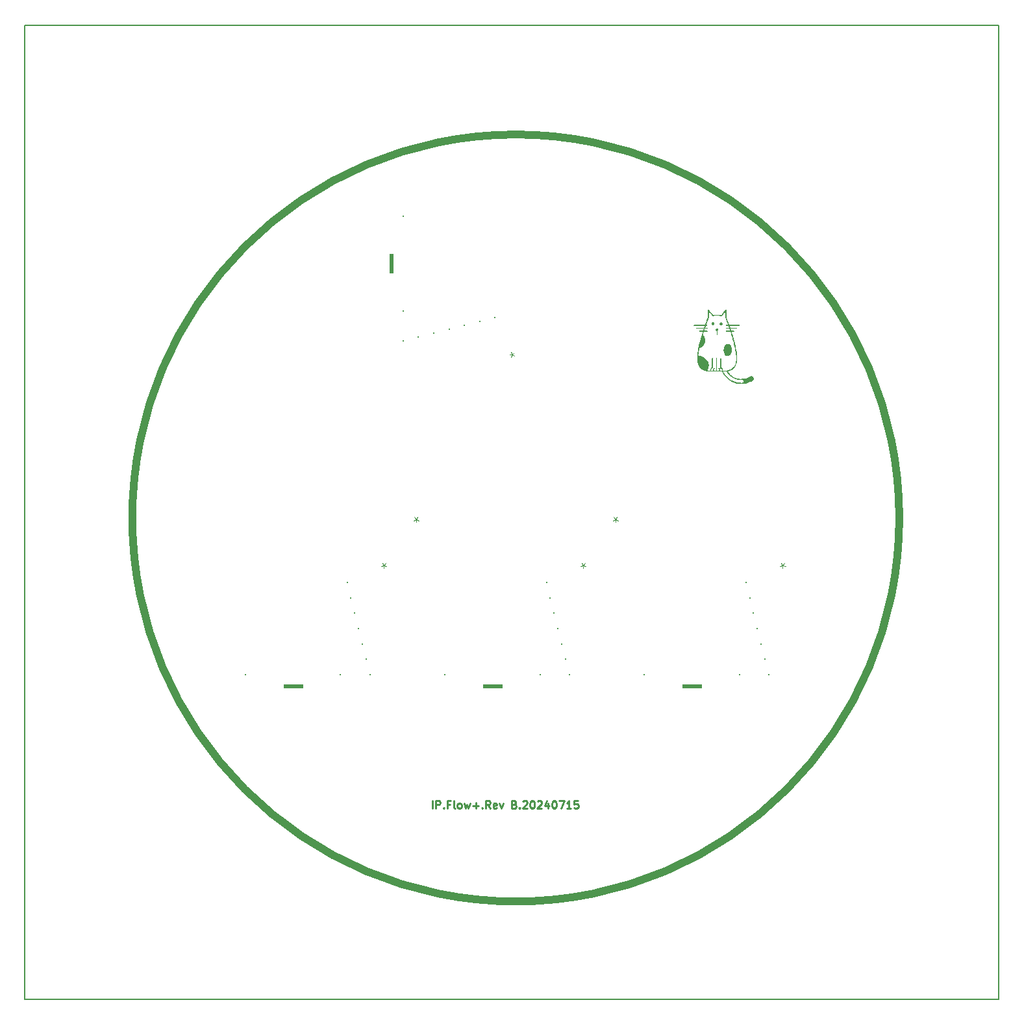
<source format=gbr>
%TF.GenerationSoftware,KiCad,Pcbnew,8.0.3*%
%TF.CreationDate,2024-07-16T19:38:43-07:00*%
%TF.ProjectId,ImmunoprecipitationDevice,496d6d75-6e6f-4707-9265-636970697461,rev?*%
%TF.SameCoordinates,Original*%
%TF.FileFunction,Legend,Top*%
%TF.FilePolarity,Positive*%
%FSLAX46Y46*%
G04 Gerber Fmt 4.6, Leading zero omitted, Abs format (unit mm)*
G04 Created by KiCad (PCBNEW 8.0.3) date 2024-07-16 19:38:43*
%MOMM*%
%LPD*%
G01*
G04 APERTURE LIST*
%ADD10C,1.000000*%
%ADD11C,0.100000*%
%ADD12C,0.250000*%
%ADD13C,0.000000*%
%ADD14R,0.150000X0.200000*%
%ADD15R,0.200000X0.150000*%
%ADD16R,0.550000X2.500000*%
%ADD17R,2.500000X0.550000*%
%TA.AperFunction,Profile*%
%ADD18C,0.200000*%
%TD*%
%TA.AperFunction,Profile*%
%ADD19C,0.150000*%
%TD*%
G04 APERTURE END LIST*
D10*
X114000000Y-64275000D02*
G75*
G02*
X14000000Y-64275000I-50000000J0D01*
G01*
X14000000Y-64275000D02*
G75*
G02*
X114000000Y-64275000I50000000J0D01*
G01*
D11*
X72799999Y-70811271D02*
X72799999Y-70454128D01*
X73157142Y-70596985D02*
X72799999Y-70454128D01*
X72799999Y-70454128D02*
X72442856Y-70596985D01*
X73014285Y-70168414D02*
X72799999Y-70454128D01*
X72799999Y-70454128D02*
X72585713Y-70168414D01*
X50999999Y-64811271D02*
X50999999Y-64454128D01*
X51357142Y-64596985D02*
X50999999Y-64454128D01*
X50999999Y-64454128D02*
X50642856Y-64596985D01*
X51214285Y-64168414D02*
X50999999Y-64454128D01*
X50999999Y-64454128D02*
X50785713Y-64168414D01*
D12*
X53102568Y-102149619D02*
X53102568Y-101149619D01*
X53578758Y-102149619D02*
X53578758Y-101149619D01*
X53578758Y-101149619D02*
X53959710Y-101149619D01*
X53959710Y-101149619D02*
X54054948Y-101197238D01*
X54054948Y-101197238D02*
X54102567Y-101244857D01*
X54102567Y-101244857D02*
X54150186Y-101340095D01*
X54150186Y-101340095D02*
X54150186Y-101482952D01*
X54150186Y-101482952D02*
X54102567Y-101578190D01*
X54102567Y-101578190D02*
X54054948Y-101625809D01*
X54054948Y-101625809D02*
X53959710Y-101673428D01*
X53959710Y-101673428D02*
X53578758Y-101673428D01*
X54578758Y-102054380D02*
X54626377Y-102102000D01*
X54626377Y-102102000D02*
X54578758Y-102149619D01*
X54578758Y-102149619D02*
X54531139Y-102102000D01*
X54531139Y-102102000D02*
X54578758Y-102054380D01*
X54578758Y-102054380D02*
X54578758Y-102149619D01*
X55388281Y-101625809D02*
X55054948Y-101625809D01*
X55054948Y-102149619D02*
X55054948Y-101149619D01*
X55054948Y-101149619D02*
X55531138Y-101149619D01*
X56054948Y-102149619D02*
X55959710Y-102102000D01*
X55959710Y-102102000D02*
X55912091Y-102006761D01*
X55912091Y-102006761D02*
X55912091Y-101149619D01*
X56578758Y-102149619D02*
X56483520Y-102102000D01*
X56483520Y-102102000D02*
X56435901Y-102054380D01*
X56435901Y-102054380D02*
X56388282Y-101959142D01*
X56388282Y-101959142D02*
X56388282Y-101673428D01*
X56388282Y-101673428D02*
X56435901Y-101578190D01*
X56435901Y-101578190D02*
X56483520Y-101530571D01*
X56483520Y-101530571D02*
X56578758Y-101482952D01*
X56578758Y-101482952D02*
X56721615Y-101482952D01*
X56721615Y-101482952D02*
X56816853Y-101530571D01*
X56816853Y-101530571D02*
X56864472Y-101578190D01*
X56864472Y-101578190D02*
X56912091Y-101673428D01*
X56912091Y-101673428D02*
X56912091Y-101959142D01*
X56912091Y-101959142D02*
X56864472Y-102054380D01*
X56864472Y-102054380D02*
X56816853Y-102102000D01*
X56816853Y-102102000D02*
X56721615Y-102149619D01*
X56721615Y-102149619D02*
X56578758Y-102149619D01*
X57245425Y-101482952D02*
X57435901Y-102149619D01*
X57435901Y-102149619D02*
X57626377Y-101673428D01*
X57626377Y-101673428D02*
X57816853Y-102149619D01*
X57816853Y-102149619D02*
X58007329Y-101482952D01*
X58388282Y-101768666D02*
X59150187Y-101768666D01*
X58769234Y-102149619D02*
X58769234Y-101387714D01*
X59626377Y-102054380D02*
X59673996Y-102102000D01*
X59673996Y-102102000D02*
X59626377Y-102149619D01*
X59626377Y-102149619D02*
X59578758Y-102102000D01*
X59578758Y-102102000D02*
X59626377Y-102054380D01*
X59626377Y-102054380D02*
X59626377Y-102149619D01*
X60673995Y-102149619D02*
X60340662Y-101673428D01*
X60102567Y-102149619D02*
X60102567Y-101149619D01*
X60102567Y-101149619D02*
X60483519Y-101149619D01*
X60483519Y-101149619D02*
X60578757Y-101197238D01*
X60578757Y-101197238D02*
X60626376Y-101244857D01*
X60626376Y-101244857D02*
X60673995Y-101340095D01*
X60673995Y-101340095D02*
X60673995Y-101482952D01*
X60673995Y-101482952D02*
X60626376Y-101578190D01*
X60626376Y-101578190D02*
X60578757Y-101625809D01*
X60578757Y-101625809D02*
X60483519Y-101673428D01*
X60483519Y-101673428D02*
X60102567Y-101673428D01*
X61483519Y-102102000D02*
X61388281Y-102149619D01*
X61388281Y-102149619D02*
X61197805Y-102149619D01*
X61197805Y-102149619D02*
X61102567Y-102102000D01*
X61102567Y-102102000D02*
X61054948Y-102006761D01*
X61054948Y-102006761D02*
X61054948Y-101625809D01*
X61054948Y-101625809D02*
X61102567Y-101530571D01*
X61102567Y-101530571D02*
X61197805Y-101482952D01*
X61197805Y-101482952D02*
X61388281Y-101482952D01*
X61388281Y-101482952D02*
X61483519Y-101530571D01*
X61483519Y-101530571D02*
X61531138Y-101625809D01*
X61531138Y-101625809D02*
X61531138Y-101721047D01*
X61531138Y-101721047D02*
X61054948Y-101816285D01*
X61864472Y-101482952D02*
X62102567Y-102149619D01*
X62102567Y-102149619D02*
X62340662Y-101482952D01*
X63816853Y-101625809D02*
X63959710Y-101673428D01*
X63959710Y-101673428D02*
X64007329Y-101721047D01*
X64007329Y-101721047D02*
X64054948Y-101816285D01*
X64054948Y-101816285D02*
X64054948Y-101959142D01*
X64054948Y-101959142D02*
X64007329Y-102054380D01*
X64007329Y-102054380D02*
X63959710Y-102102000D01*
X63959710Y-102102000D02*
X63864472Y-102149619D01*
X63864472Y-102149619D02*
X63483520Y-102149619D01*
X63483520Y-102149619D02*
X63483520Y-101149619D01*
X63483520Y-101149619D02*
X63816853Y-101149619D01*
X63816853Y-101149619D02*
X63912091Y-101197238D01*
X63912091Y-101197238D02*
X63959710Y-101244857D01*
X63959710Y-101244857D02*
X64007329Y-101340095D01*
X64007329Y-101340095D02*
X64007329Y-101435333D01*
X64007329Y-101435333D02*
X63959710Y-101530571D01*
X63959710Y-101530571D02*
X63912091Y-101578190D01*
X63912091Y-101578190D02*
X63816853Y-101625809D01*
X63816853Y-101625809D02*
X63483520Y-101625809D01*
X64483520Y-102054380D02*
X64531139Y-102102000D01*
X64531139Y-102102000D02*
X64483520Y-102149619D01*
X64483520Y-102149619D02*
X64435901Y-102102000D01*
X64435901Y-102102000D02*
X64483520Y-102054380D01*
X64483520Y-102054380D02*
X64483520Y-102149619D01*
X64912091Y-101244857D02*
X64959710Y-101197238D01*
X64959710Y-101197238D02*
X65054948Y-101149619D01*
X65054948Y-101149619D02*
X65293043Y-101149619D01*
X65293043Y-101149619D02*
X65388281Y-101197238D01*
X65388281Y-101197238D02*
X65435900Y-101244857D01*
X65435900Y-101244857D02*
X65483519Y-101340095D01*
X65483519Y-101340095D02*
X65483519Y-101435333D01*
X65483519Y-101435333D02*
X65435900Y-101578190D01*
X65435900Y-101578190D02*
X64864472Y-102149619D01*
X64864472Y-102149619D02*
X65483519Y-102149619D01*
X66102567Y-101149619D02*
X66197805Y-101149619D01*
X66197805Y-101149619D02*
X66293043Y-101197238D01*
X66293043Y-101197238D02*
X66340662Y-101244857D01*
X66340662Y-101244857D02*
X66388281Y-101340095D01*
X66388281Y-101340095D02*
X66435900Y-101530571D01*
X66435900Y-101530571D02*
X66435900Y-101768666D01*
X66435900Y-101768666D02*
X66388281Y-101959142D01*
X66388281Y-101959142D02*
X66340662Y-102054380D01*
X66340662Y-102054380D02*
X66293043Y-102102000D01*
X66293043Y-102102000D02*
X66197805Y-102149619D01*
X66197805Y-102149619D02*
X66102567Y-102149619D01*
X66102567Y-102149619D02*
X66007329Y-102102000D01*
X66007329Y-102102000D02*
X65959710Y-102054380D01*
X65959710Y-102054380D02*
X65912091Y-101959142D01*
X65912091Y-101959142D02*
X65864472Y-101768666D01*
X65864472Y-101768666D02*
X65864472Y-101530571D01*
X65864472Y-101530571D02*
X65912091Y-101340095D01*
X65912091Y-101340095D02*
X65959710Y-101244857D01*
X65959710Y-101244857D02*
X66007329Y-101197238D01*
X66007329Y-101197238D02*
X66102567Y-101149619D01*
X66816853Y-101244857D02*
X66864472Y-101197238D01*
X66864472Y-101197238D02*
X66959710Y-101149619D01*
X66959710Y-101149619D02*
X67197805Y-101149619D01*
X67197805Y-101149619D02*
X67293043Y-101197238D01*
X67293043Y-101197238D02*
X67340662Y-101244857D01*
X67340662Y-101244857D02*
X67388281Y-101340095D01*
X67388281Y-101340095D02*
X67388281Y-101435333D01*
X67388281Y-101435333D02*
X67340662Y-101578190D01*
X67340662Y-101578190D02*
X66769234Y-102149619D01*
X66769234Y-102149619D02*
X67388281Y-102149619D01*
X68245424Y-101482952D02*
X68245424Y-102149619D01*
X68007329Y-101102000D02*
X67769234Y-101816285D01*
X67769234Y-101816285D02*
X68388281Y-101816285D01*
X68959710Y-101149619D02*
X69054948Y-101149619D01*
X69054948Y-101149619D02*
X69150186Y-101197238D01*
X69150186Y-101197238D02*
X69197805Y-101244857D01*
X69197805Y-101244857D02*
X69245424Y-101340095D01*
X69245424Y-101340095D02*
X69293043Y-101530571D01*
X69293043Y-101530571D02*
X69293043Y-101768666D01*
X69293043Y-101768666D02*
X69245424Y-101959142D01*
X69245424Y-101959142D02*
X69197805Y-102054380D01*
X69197805Y-102054380D02*
X69150186Y-102102000D01*
X69150186Y-102102000D02*
X69054948Y-102149619D01*
X69054948Y-102149619D02*
X68959710Y-102149619D01*
X68959710Y-102149619D02*
X68864472Y-102102000D01*
X68864472Y-102102000D02*
X68816853Y-102054380D01*
X68816853Y-102054380D02*
X68769234Y-101959142D01*
X68769234Y-101959142D02*
X68721615Y-101768666D01*
X68721615Y-101768666D02*
X68721615Y-101530571D01*
X68721615Y-101530571D02*
X68769234Y-101340095D01*
X68769234Y-101340095D02*
X68816853Y-101244857D01*
X68816853Y-101244857D02*
X68864472Y-101197238D01*
X68864472Y-101197238D02*
X68959710Y-101149619D01*
X69626377Y-101149619D02*
X70293043Y-101149619D01*
X70293043Y-101149619D02*
X69864472Y-102149619D01*
X71197805Y-102149619D02*
X70626377Y-102149619D01*
X70912091Y-102149619D02*
X70912091Y-101149619D01*
X70912091Y-101149619D02*
X70816853Y-101292476D01*
X70816853Y-101292476D02*
X70721615Y-101387714D01*
X70721615Y-101387714D02*
X70626377Y-101435333D01*
X72102567Y-101149619D02*
X71626377Y-101149619D01*
X71626377Y-101149619D02*
X71578758Y-101625809D01*
X71578758Y-101625809D02*
X71626377Y-101578190D01*
X71626377Y-101578190D02*
X71721615Y-101530571D01*
X71721615Y-101530571D02*
X71959710Y-101530571D01*
X71959710Y-101530571D02*
X72054948Y-101578190D01*
X72054948Y-101578190D02*
X72102567Y-101625809D01*
X72102567Y-101625809D02*
X72150186Y-101721047D01*
X72150186Y-101721047D02*
X72150186Y-101959142D01*
X72150186Y-101959142D02*
X72102567Y-102054380D01*
X72102567Y-102054380D02*
X72054948Y-102102000D01*
X72054948Y-102102000D02*
X71959710Y-102149619D01*
X71959710Y-102149619D02*
X71721615Y-102149619D01*
X71721615Y-102149619D02*
X71626377Y-102102000D01*
X71626377Y-102102000D02*
X71578758Y-102054380D01*
D11*
X98799999Y-70811271D02*
X98799999Y-70454128D01*
X99157142Y-70596985D02*
X98799999Y-70454128D01*
X98799999Y-70454128D02*
X98442856Y-70596985D01*
X99014285Y-70168414D02*
X98799999Y-70454128D01*
X98799999Y-70454128D02*
X98585713Y-70168414D01*
X46799999Y-70811271D02*
X46799999Y-70454128D01*
X47157142Y-70596985D02*
X46799999Y-70454128D01*
X46799999Y-70454128D02*
X46442856Y-70596985D01*
X47014285Y-70168414D02*
X46799999Y-70454128D01*
X46799999Y-70454128D02*
X46585713Y-70168414D01*
X63188728Y-42949999D02*
X63545871Y-42949999D01*
X63403014Y-43307142D02*
X63545871Y-42949999D01*
X63545871Y-42949999D02*
X63403014Y-42592856D01*
X63831585Y-43164285D02*
X63545871Y-42949999D01*
X63545871Y-42949999D02*
X63831585Y-42735713D01*
X76999999Y-64811271D02*
X76999999Y-64454128D01*
X77357142Y-64596985D02*
X76999999Y-64454128D01*
X76999999Y-64454128D02*
X76642856Y-64596985D01*
X77214285Y-64168414D02*
X76999999Y-64454128D01*
X76999999Y-64454128D02*
X76785713Y-64168414D01*
D13*
G36*
X89140030Y-37063135D02*
G01*
X89158902Y-37077466D01*
X89184573Y-37104310D01*
X89219202Y-37146087D01*
X89264947Y-37205216D01*
X89311049Y-37266714D01*
X89370872Y-37347095D01*
X89436667Y-37435317D01*
X89502484Y-37523416D01*
X89562376Y-37603426D01*
X89595127Y-37647078D01*
X89724747Y-37819625D01*
X89806977Y-37802359D01*
X89966278Y-37777199D01*
X90140737Y-37764205D01*
X90322153Y-37763260D01*
X90502328Y-37774246D01*
X90673063Y-37797046D01*
X90766662Y-37816135D01*
X90781574Y-37817352D01*
X90796834Y-37811478D01*
X90815692Y-37795386D01*
X90841398Y-37765953D01*
X90877200Y-37720051D01*
X90905208Y-37682866D01*
X91009451Y-37543757D01*
X91098751Y-37424944D01*
X91173831Y-37325485D01*
X91235412Y-37244438D01*
X91284213Y-37180860D01*
X91320957Y-37133809D01*
X91346365Y-37102344D01*
X91361157Y-37085521D01*
X91364789Y-37082311D01*
X91402226Y-37072391D01*
X91439669Y-37083576D01*
X91458641Y-37101416D01*
X91464041Y-37112081D01*
X91468425Y-37128820D01*
X91471896Y-37154192D01*
X91474554Y-37190756D01*
X91476499Y-37241072D01*
X91477834Y-37307699D01*
X91478659Y-37393196D01*
X91479074Y-37500123D01*
X91479182Y-37622122D01*
X91479245Y-37749575D01*
X91479528Y-37853509D01*
X91480174Y-37936797D01*
X91481324Y-38002312D01*
X91483118Y-38052924D01*
X91485700Y-38091506D01*
X91489210Y-38120930D01*
X91493789Y-38144066D01*
X91499580Y-38163788D01*
X91506725Y-38182967D01*
X91506843Y-38183264D01*
X91521150Y-38220447D01*
X91542519Y-38277403D01*
X91569405Y-38349899D01*
X91600265Y-38433699D01*
X91633557Y-38524570D01*
X91667738Y-38618276D01*
X91701265Y-38710584D01*
X91732595Y-38797258D01*
X91760185Y-38874066D01*
X91782492Y-38936771D01*
X91797974Y-38981140D01*
X91802774Y-38995434D01*
X91817177Y-39035040D01*
X91830219Y-39063249D01*
X91836545Y-39071786D01*
X91851580Y-39073140D01*
X91890411Y-39074376D01*
X91950443Y-39075471D01*
X92029083Y-39076400D01*
X92123738Y-39077138D01*
X92231813Y-39077661D01*
X92350715Y-39077944D01*
X92477850Y-39077962D01*
X92488539Y-39077951D01*
X92657757Y-39078055D01*
X92802994Y-39078765D01*
X92923845Y-39080073D01*
X93019907Y-39081972D01*
X93090778Y-39084452D01*
X93136055Y-39087507D01*
X93155054Y-39090967D01*
X93189397Y-39120165D01*
X93200327Y-39156003D01*
X93188543Y-39190742D01*
X93167508Y-39222844D01*
X92526453Y-39222844D01*
X92374486Y-39222973D01*
X92247096Y-39223391D01*
X92142472Y-39224146D01*
X92058802Y-39225284D01*
X91994276Y-39226853D01*
X91947082Y-39228899D01*
X91915408Y-39231470D01*
X91897443Y-39234613D01*
X91891377Y-39238374D01*
X91891476Y-39239337D01*
X91898345Y-39259415D01*
X91910743Y-39296844D01*
X91926101Y-39343861D01*
X91927507Y-39348194D01*
X91943438Y-39394762D01*
X91957499Y-39431388D01*
X91966882Y-39450808D01*
X91967470Y-39451541D01*
X91973822Y-39456322D01*
X91985032Y-39460204D01*
X92003731Y-39463299D01*
X92032553Y-39465717D01*
X92074128Y-39467570D01*
X92131089Y-39468968D01*
X92206069Y-39470022D01*
X92301699Y-39470844D01*
X92420611Y-39471544D01*
X92444759Y-39471666D01*
X92556820Y-39472392D01*
X92645383Y-39473438D01*
X92713338Y-39474969D01*
X92763574Y-39477148D01*
X92798984Y-39480139D01*
X92822456Y-39484106D01*
X92836881Y-39489213D01*
X92843902Y-39494280D01*
X92862950Y-39529221D01*
X92856602Y-39568663D01*
X92845968Y-39586395D01*
X92839649Y-39593572D01*
X92830461Y-39599213D01*
X92815530Y-39603462D01*
X92791982Y-39606460D01*
X92756941Y-39608350D01*
X92707532Y-39609275D01*
X92640881Y-39609377D01*
X92554112Y-39608799D01*
X92444351Y-39607685D01*
X92421835Y-39607437D01*
X92305397Y-39606316D01*
X92212896Y-39605870D01*
X92141885Y-39606179D01*
X92089920Y-39607325D01*
X92054553Y-39609390D01*
X92033339Y-39612454D01*
X92023832Y-39616599D01*
X92022999Y-39620715D01*
X92029717Y-39641254D01*
X92041527Y-39679617D01*
X92056125Y-39728296D01*
X92059367Y-39739255D01*
X92089105Y-39840030D01*
X92267123Y-39845232D01*
X92340150Y-39847758D01*
X92391316Y-39850809D01*
X92425152Y-39855085D01*
X92446187Y-39861289D01*
X92458950Y-39870119D01*
X92463564Y-39875628D01*
X92480717Y-39915979D01*
X92472480Y-39953228D01*
X92461252Y-39967408D01*
X92445545Y-39977172D01*
X92418640Y-39983473D01*
X92375766Y-39986920D01*
X92312153Y-39988118D01*
X92298516Y-39988143D01*
X92239994Y-39988741D01*
X92191850Y-39990360D01*
X92159820Y-39992737D01*
X92149677Y-39994980D01*
X92151456Y-40009016D01*
X92160303Y-40044385D01*
X92175148Y-40097320D01*
X92194922Y-40164050D01*
X92218556Y-40240807D01*
X92227361Y-40268773D01*
X92324583Y-40584586D01*
X92415951Y-40898932D01*
X92500861Y-41209212D01*
X92578710Y-41512830D01*
X92648894Y-41807188D01*
X92710810Y-42089690D01*
X92763855Y-42357739D01*
X92807426Y-42608736D01*
X92840919Y-42840085D01*
X92857153Y-42980185D01*
X92876940Y-43255562D01*
X92877983Y-43513413D01*
X92860333Y-43753562D01*
X92824040Y-43975832D01*
X92769155Y-44180048D01*
X92695728Y-44366032D01*
X92603809Y-44533608D01*
X92493450Y-44682601D01*
X92364701Y-44812835D01*
X92321225Y-44849241D01*
X92272070Y-44885724D01*
X92213061Y-44925138D01*
X92149164Y-44964655D01*
X92085344Y-45001449D01*
X92026568Y-45032694D01*
X91977803Y-45055563D01*
X91944014Y-45067229D01*
X91936600Y-45068143D01*
X91911099Y-45073784D01*
X91879394Y-45086783D01*
X91848085Y-45098955D01*
X91800754Y-45113491D01*
X91747219Y-45127395D01*
X91743078Y-45128364D01*
X91695489Y-45139731D01*
X91659048Y-45149064D01*
X91640376Y-45154652D01*
X91639346Y-45155179D01*
X91644938Y-45166544D01*
X91663666Y-45194725D01*
X91692649Y-45235562D01*
X91729006Y-45284899D01*
X91731652Y-45288429D01*
X91886051Y-45473597D01*
X92054769Y-45637360D01*
X92236575Y-45779146D01*
X92430239Y-45898385D01*
X92634530Y-45994505D01*
X92848216Y-46066936D01*
X93070068Y-46115107D01*
X93298855Y-46138448D01*
X93533345Y-46136387D01*
X93556681Y-46134790D01*
X93772541Y-46108370D01*
X93985662Y-46061960D01*
X94190721Y-45997152D01*
X94382394Y-45915542D01*
X94500750Y-45852212D01*
X94581644Y-45811226D01*
X94653722Y-45789949D01*
X94723875Y-45786883D01*
X94770188Y-45793629D01*
X94854206Y-45823428D01*
X94923983Y-45872567D01*
X94977509Y-45936999D01*
X95012769Y-46012676D01*
X95027752Y-46095552D01*
X95020445Y-46181581D01*
X94997171Y-46250013D01*
X94972400Y-46294360D01*
X94940085Y-46333762D01*
X94896429Y-46371205D01*
X94837634Y-46409675D01*
X94759904Y-46452157D01*
X94705312Y-46479486D01*
X94528919Y-46558725D01*
X94344364Y-46628572D01*
X94158674Y-46686799D01*
X93978876Y-46731179D01*
X93828230Y-46757399D01*
X93776479Y-46764768D01*
X93735236Y-46771493D01*
X93711126Y-46776460D01*
X93707891Y-46777620D01*
X93689789Y-46780907D01*
X93650063Y-46783694D01*
X93593476Y-46785938D01*
X93524790Y-46787598D01*
X93448768Y-46788635D01*
X93370171Y-46789006D01*
X93293761Y-46788670D01*
X93224302Y-46787588D01*
X93166554Y-46785717D01*
X93125281Y-46783016D01*
X93121935Y-46782665D01*
X92868973Y-46742423D01*
X92620033Y-46678913D01*
X92378567Y-46593478D01*
X92148032Y-46487463D01*
X91931881Y-46362212D01*
X91793651Y-46265818D01*
X91718684Y-46205524D01*
X91633173Y-46130281D01*
X91542992Y-46045802D01*
X91454014Y-45957799D01*
X91372112Y-45871984D01*
X91303158Y-45794072D01*
X91281573Y-45767725D01*
X91220197Y-45686825D01*
X91153869Y-45592895D01*
X91087731Y-45493707D01*
X91026926Y-45397032D01*
X90976596Y-45310641D01*
X90965385Y-45289927D01*
X90921468Y-45207076D01*
X91085771Y-45207076D01*
X91087763Y-45221763D01*
X91103217Y-45254139D01*
X91129841Y-45300726D01*
X91165340Y-45358043D01*
X91207421Y-45422612D01*
X91253792Y-45490952D01*
X91302157Y-45559583D01*
X91350225Y-45625027D01*
X91395702Y-45683803D01*
X91417843Y-45710911D01*
X91599970Y-45909950D01*
X91793759Y-46085340D01*
X91999556Y-46237271D01*
X92217706Y-46365935D01*
X92448555Y-46471523D01*
X92692450Y-46554225D01*
X92949735Y-46614233D01*
X93095545Y-46637428D01*
X93131848Y-46640578D01*
X93185568Y-46643030D01*
X93252060Y-46644790D01*
X93326678Y-46645863D01*
X93404775Y-46646255D01*
X93481707Y-46645971D01*
X93552825Y-46645017D01*
X93613485Y-46643398D01*
X93659040Y-46641119D01*
X93684844Y-46638187D01*
X93688701Y-46636736D01*
X93688696Y-46621687D01*
X93681908Y-46589906D01*
X93674902Y-46565137D01*
X93664322Y-46519804D01*
X93654725Y-46459893D01*
X93647949Y-46397203D01*
X93647245Y-46387623D01*
X93639626Y-46275467D01*
X93387378Y-46275183D01*
X93288124Y-46274499D01*
X93208770Y-46272375D01*
X93142844Y-46268328D01*
X93083876Y-46261871D01*
X93025392Y-46252521D01*
X92987387Y-46245229D01*
X92749801Y-46184620D01*
X92524737Y-46100824D01*
X92312510Y-45994052D01*
X92113437Y-45864515D01*
X91927833Y-45712425D01*
X91756014Y-45537992D01*
X91598297Y-45341426D01*
X91566926Y-45297253D01*
X91492283Y-45189897D01*
X91291109Y-45196716D01*
X91221236Y-45199295D01*
X91161350Y-45201907D01*
X91116098Y-45204317D01*
X91090126Y-45206291D01*
X91085771Y-45207076D01*
X90921468Y-45207076D01*
X90920004Y-45204314D01*
X90346363Y-45195605D01*
X90209058Y-45193652D01*
X90065787Y-45191852D01*
X89921819Y-45190254D01*
X89782424Y-45188910D01*
X89652871Y-45187870D01*
X89538429Y-45187183D01*
X89444366Y-45186900D01*
X89433133Y-45186896D01*
X89281251Y-45185553D01*
X89151051Y-45181153D01*
X89037943Y-45173142D01*
X88937339Y-45160965D01*
X88844649Y-45144066D01*
X88755284Y-45121891D01*
X88665045Y-45094016D01*
X88478538Y-45019021D01*
X88310552Y-44925296D01*
X88161176Y-44812999D01*
X88030501Y-44682286D01*
X87918616Y-44533315D01*
X87825609Y-44366242D01*
X87751572Y-44181224D01*
X87696594Y-43978419D01*
X87660763Y-43757983D01*
X87644170Y-43520073D01*
X87645144Y-43307436D01*
X87652187Y-43159221D01*
X87659524Y-43058510D01*
X87792540Y-43058510D01*
X87792918Y-43077774D01*
X87793137Y-43078263D01*
X87808251Y-43085258D01*
X87840612Y-43092670D01*
X87860814Y-43095851D01*
X87999508Y-43123200D01*
X88148100Y-43167632D01*
X88299387Y-43226134D01*
X88446164Y-43295690D01*
X88581227Y-43373288D01*
X88669424Y-43434137D01*
X88813046Y-43556175D01*
X88933590Y-43687677D01*
X89030715Y-43827214D01*
X89104078Y-43973360D01*
X89153337Y-44124687D01*
X89178148Y-44279766D01*
X89178169Y-44437171D01*
X89153058Y-44595473D01*
X89102472Y-44753245D01*
X89026067Y-44909060D01*
X89024164Y-44912334D01*
X88997974Y-44959471D01*
X88979402Y-44997316D01*
X88970800Y-45020801D01*
X88971456Y-45025912D01*
X88998071Y-45031645D01*
X89043372Y-45037960D01*
X89099695Y-45044070D01*
X89159372Y-45049189D01*
X89214737Y-45052527D01*
X89237921Y-45053275D01*
X89325544Y-45054948D01*
X89330404Y-44958701D01*
X89343305Y-44866212D01*
X89373550Y-44788676D01*
X89423814Y-44721831D01*
X89496773Y-44661416D01*
X89530918Y-44639311D01*
X89536129Y-44633947D01*
X89540531Y-44623245D01*
X89544240Y-44604921D01*
X89547367Y-44576690D01*
X89550027Y-44536267D01*
X89552333Y-44481369D01*
X89554398Y-44409709D01*
X89556337Y-44319005D01*
X89558262Y-44206971D01*
X89560287Y-44071323D01*
X89560745Y-44038948D01*
X89562774Y-43898654D01*
X89564643Y-43782372D01*
X89566478Y-43687726D01*
X89568408Y-43612340D01*
X89570559Y-43553839D01*
X89573059Y-43509846D01*
X89576035Y-43477985D01*
X89579615Y-43455881D01*
X89583924Y-43441157D01*
X89589092Y-43431437D01*
X89593571Y-43426041D01*
X89617343Y-43408630D01*
X89644972Y-43410020D01*
X89654715Y-43413161D01*
X89691286Y-43426020D01*
X89694944Y-44052458D01*
X89695537Y-44179439D01*
X89695809Y-44299008D01*
X89695773Y-44408441D01*
X89695446Y-44505013D01*
X89694839Y-44585998D01*
X89693969Y-44648673D01*
X89692848Y-44690311D01*
X89691543Y-44707992D01*
X89671934Y-44735013D01*
X89637371Y-44750097D01*
X89571318Y-44779630D01*
X89518358Y-44825396D01*
X89481922Y-44882331D01*
X89465445Y-44945373D01*
X89469237Y-44998091D01*
X89481088Y-45048350D01*
X89588586Y-45052168D01*
X89696084Y-45055986D01*
X89688674Y-44984194D01*
X89685346Y-44909724D01*
X89694556Y-44851822D01*
X89718669Y-44802707D01*
X89757729Y-44756901D01*
X89809423Y-44715221D01*
X89856062Y-44698058D01*
X89896526Y-44705679D01*
X89914655Y-44719423D01*
X89931970Y-44744489D01*
X89930447Y-44770341D01*
X89908651Y-44801729D01*
X89881715Y-44828477D01*
X89845292Y-44867807D01*
X89826344Y-44905553D01*
X89820766Y-44932278D01*
X89817931Y-44966194D01*
X89824486Y-44987852D01*
X89845563Y-45007319D01*
X89866162Y-45021374D01*
X89898555Y-45040416D01*
X89928972Y-45050341D01*
X89967572Y-45053339D01*
X90009579Y-45052290D01*
X90100325Y-45048350D01*
X90103726Y-44244695D01*
X90104646Y-44063990D01*
X90105785Y-43908461D01*
X90107170Y-43776898D01*
X90108829Y-43668087D01*
X90110789Y-43580818D01*
X90113078Y-43513877D01*
X90115724Y-43466054D01*
X90118753Y-43436136D01*
X90122193Y-43422911D01*
X90122395Y-43422645D01*
X90146314Y-43410328D01*
X90178069Y-43408222D01*
X90193047Y-43409805D01*
X90205859Y-43412663D01*
X90216650Y-43418707D01*
X90225567Y-43429851D01*
X90232754Y-43448005D01*
X90238357Y-43475084D01*
X90242521Y-43512998D01*
X90245392Y-43563661D01*
X90247114Y-43628984D01*
X90247834Y-43710880D01*
X90247697Y-43811262D01*
X90246848Y-43932041D01*
X90245433Y-44075131D01*
X90243596Y-44242442D01*
X90243329Y-44266558D01*
X90234593Y-45054948D01*
X90329751Y-45054948D01*
X90405016Y-45050380D01*
X90459080Y-45035611D01*
X90495685Y-45009045D01*
X90516095Y-44975455D01*
X90525872Y-44942921D01*
X90522069Y-44913931D01*
X90511457Y-44888829D01*
X90488357Y-44854417D01*
X90460428Y-44830174D01*
X90456938Y-44828396D01*
X90425859Y-44803396D01*
X90412817Y-44770248D01*
X90417693Y-44736867D01*
X90440365Y-44711166D01*
X90458856Y-44703536D01*
X90504202Y-44704771D01*
X90553634Y-44726951D01*
X90600821Y-44766776D01*
X90616909Y-44785932D01*
X90635663Y-44812884D01*
X90646895Y-44838360D01*
X90652500Y-44870410D01*
X90654375Y-44917088D01*
X90654506Y-44945593D01*
X90654506Y-45055917D01*
X90760065Y-45052133D01*
X90865623Y-45048350D01*
X90869790Y-44990032D01*
X90870691Y-44946343D01*
X90867826Y-44908984D01*
X90866301Y-44901209D01*
X90845738Y-44859322D01*
X90809059Y-44816436D01*
X90764756Y-44781082D01*
X90729717Y-44764012D01*
X90693363Y-44748588D01*
X90667047Y-44730626D01*
X90664403Y-44727697D01*
X90660330Y-44716437D01*
X90656928Y-44692631D01*
X90654151Y-44654453D01*
X90651950Y-44600079D01*
X90650278Y-44527684D01*
X90649088Y-44435443D01*
X90648332Y-44321531D01*
X90647964Y-44184124D01*
X90647909Y-44092141D01*
X90647999Y-43946547D01*
X90648317Y-43825071D01*
X90648935Y-43725445D01*
X90649927Y-43645397D01*
X90651363Y-43582659D01*
X90653318Y-43534959D01*
X90655862Y-43500027D01*
X90659069Y-43475594D01*
X90663011Y-43459390D01*
X90667760Y-43449144D01*
X90668449Y-43448117D01*
X90696782Y-43425366D01*
X90732124Y-43418576D01*
X90764330Y-43428098D01*
X90779393Y-43444314D01*
X90783052Y-43464720D01*
X90786168Y-43510780D01*
X90788725Y-43581766D01*
X90790706Y-43676947D01*
X90792095Y-43795595D01*
X90792875Y-43936979D01*
X90793052Y-44056983D01*
X90793071Y-44196631D01*
X90793202Y-44312207D01*
X90793552Y-44406031D01*
X90794230Y-44480421D01*
X90795345Y-44537695D01*
X90797004Y-44580172D01*
X90799315Y-44610170D01*
X90802388Y-44630009D01*
X90806331Y-44642006D01*
X90811251Y-44648479D01*
X90817258Y-44651749D01*
X90820900Y-44652969D01*
X90860085Y-44674567D01*
X90904147Y-44712783D01*
X90946279Y-44760573D01*
X90979668Y-44810895D01*
X90986318Y-44824039D01*
X91009835Y-44893381D01*
X91017232Y-44971289D01*
X91017235Y-44972480D01*
X91017364Y-45054948D01*
X91214331Y-45054948D01*
X91379752Y-45050919D01*
X91525661Y-45038008D01*
X91657802Y-45014979D01*
X91781920Y-44980594D01*
X91903759Y-44933617D01*
X92006974Y-44884332D01*
X92156432Y-44796223D01*
X92287237Y-44694650D01*
X92400098Y-44578375D01*
X92495724Y-44446157D01*
X92574824Y-44296757D01*
X92638106Y-44128937D01*
X92686279Y-43941458D01*
X92720053Y-43733079D01*
X92732103Y-43616714D01*
X92739032Y-43464760D01*
X92735939Y-43290437D01*
X92723101Y-43095674D01*
X92700797Y-42882396D01*
X92669304Y-42652533D01*
X92628902Y-42408011D01*
X92579867Y-42150757D01*
X92522478Y-41882700D01*
X92457014Y-41605768D01*
X92421842Y-41466519D01*
X92382909Y-41319122D01*
X92337075Y-41151718D01*
X92285790Y-40969334D01*
X92230503Y-40776996D01*
X92172665Y-40579733D01*
X92113723Y-40382569D01*
X92055127Y-40190533D01*
X92038425Y-40136584D01*
X91992313Y-39988143D01*
X91709662Y-39988143D01*
X91427011Y-39988143D01*
X91405820Y-39955802D01*
X91391858Y-39915850D01*
X91401564Y-39880601D01*
X91433165Y-39856155D01*
X91434988Y-39855439D01*
X91458476Y-39851407D01*
X91503390Y-39847920D01*
X91564766Y-39845207D01*
X91637642Y-39843496D01*
X91705242Y-39843000D01*
X91789576Y-39842912D01*
X91850977Y-39842372D01*
X91892900Y-39840964D01*
X91918801Y-39838274D01*
X91932136Y-39833884D01*
X91936361Y-39827381D01*
X91934933Y-39818349D01*
X91934050Y-39815498D01*
X91925484Y-39789276D01*
X91911521Y-39747282D01*
X91895665Y-39700043D01*
X91866010Y-39612091D01*
X91646302Y-39608473D01*
X91565401Y-39607002D01*
X91506801Y-39605274D01*
X91466413Y-39602703D01*
X91440149Y-39598701D01*
X91423923Y-39592682D01*
X91413647Y-39584060D01*
X91406406Y-39574047D01*
X91393934Y-39534503D01*
X91406689Y-39496705D01*
X91425585Y-39477263D01*
X91449659Y-39469443D01*
X91498875Y-39464132D01*
X91573675Y-39461294D01*
X91627623Y-39460770D01*
X91693377Y-39459891D01*
X91748504Y-39457770D01*
X91788239Y-39454696D01*
X91807819Y-39450959D01*
X91809052Y-39449718D01*
X91804798Y-39433187D01*
X91793468Y-39398415D01*
X91777207Y-39351886D01*
X91770891Y-39334416D01*
X91752128Y-39284915D01*
X91734835Y-39251133D01*
X91713781Y-39230363D01*
X91683736Y-39219898D01*
X91639470Y-39217030D01*
X91575751Y-39219053D01*
X91550391Y-39220292D01*
X91493258Y-39222707D01*
X91456454Y-39222383D01*
X91433972Y-39218259D01*
X91419807Y-39209272D01*
X91408547Y-39195215D01*
X91389697Y-39159533D01*
X91392436Y-39130801D01*
X91413208Y-39104091D01*
X91429928Y-39091136D01*
X91452590Y-39083186D01*
X91487461Y-39079103D01*
X91540805Y-39077747D01*
X91558351Y-39077701D01*
X91610646Y-39076624D01*
X91651192Y-39073738D01*
X91674100Y-39069563D01*
X91677104Y-39067224D01*
X91672672Y-39050739D01*
X91660275Y-39013264D01*
X91641262Y-38958500D01*
X91616982Y-38890146D01*
X91588784Y-38811905D01*
X91558018Y-38727477D01*
X91526032Y-38640563D01*
X91494176Y-38554864D01*
X91463798Y-38474080D01*
X91436247Y-38401913D01*
X91412874Y-38342064D01*
X91411572Y-38338792D01*
X91340636Y-38160662D01*
X91334039Y-37758220D01*
X91327442Y-37355779D01*
X91103130Y-37655758D01*
X91041379Y-37737350D01*
X90984832Y-37810159D01*
X90935544Y-37871672D01*
X90895569Y-37919376D01*
X90866961Y-37950756D01*
X90851776Y-37963301D01*
X90851726Y-37963316D01*
X90828008Y-37963752D01*
X90785333Y-37958949D01*
X90730406Y-37949813D01*
X90686791Y-37941008D01*
X90637127Y-37930897D01*
X90590765Y-37923319D01*
X90542590Y-37917923D01*
X90487492Y-37914357D01*
X90420359Y-37912271D01*
X90336078Y-37911312D01*
X90252065Y-37911121D01*
X90149800Y-37911439D01*
X90068852Y-37912619D01*
X90004152Y-37915006D01*
X89950631Y-37918941D01*
X89903222Y-37924767D01*
X89856857Y-37932826D01*
X89821065Y-37940249D01*
X89763069Y-37951690D01*
X89713321Y-37959378D01*
X89678297Y-37962433D01*
X89666095Y-37961374D01*
X89651477Y-37948320D01*
X89624615Y-37917444D01*
X89588433Y-37872519D01*
X89545854Y-37817318D01*
X89499805Y-37755613D01*
X89453207Y-37691178D01*
X89420392Y-37644389D01*
X89405157Y-37623528D01*
X89377528Y-37586791D01*
X89341281Y-37539158D01*
X89300187Y-37485610D01*
X89295442Y-37479453D01*
X89189883Y-37342584D01*
X89182861Y-37745026D01*
X89175838Y-38147467D01*
X89105116Y-38325597D01*
X89078672Y-38393656D01*
X89046161Y-38479597D01*
X89010195Y-38576382D01*
X88973386Y-38676973D01*
X88938346Y-38774331D01*
X88932519Y-38790714D01*
X88830644Y-39077701D01*
X88894809Y-39077701D01*
X88949110Y-39084810D01*
X88987285Y-39104349D01*
X89005792Y-39133633D01*
X89004498Y-39160843D01*
X88989050Y-39191944D01*
X88961812Y-39211162D01*
X88917838Y-39220700D01*
X88865267Y-39222844D01*
X88776605Y-39222844D01*
X88736777Y-39341597D01*
X88696949Y-39460350D01*
X88820285Y-39460350D01*
X88876914Y-39461216D01*
X88925087Y-39463534D01*
X88957579Y-39466886D01*
X88965503Y-39468747D01*
X88992024Y-39491378D01*
X89003459Y-39526861D01*
X88997195Y-39564789D01*
X88992007Y-39574287D01*
X88982164Y-39587354D01*
X88969640Y-39596151D01*
X88949510Y-39601520D01*
X88916850Y-39604304D01*
X88866734Y-39605347D01*
X88809649Y-39605493D01*
X88647738Y-39605493D01*
X88612031Y-39715136D01*
X88595973Y-39765424D01*
X88583660Y-39805850D01*
X88576988Y-39830103D01*
X88576325Y-39833889D01*
X88588725Y-39837188D01*
X88622756Y-39839954D01*
X88673656Y-39841950D01*
X88736668Y-39842936D01*
X88758116Y-39843000D01*
X88836453Y-39843655D01*
X88892768Y-39845902D01*
X88931400Y-39850163D01*
X88956689Y-39856861D01*
X88969233Y-39863540D01*
X88991107Y-39891627D01*
X88998633Y-39928140D01*
X88990568Y-39961627D01*
X88981110Y-39973002D01*
X88960923Y-39978856D01*
X88917184Y-39983878D01*
X88852724Y-39987853D01*
X88770374Y-39990568D01*
X88742148Y-39991112D01*
X88520634Y-39994740D01*
X88463795Y-40176875D01*
X88406956Y-40359010D01*
X88479860Y-40460563D01*
X88575142Y-40612614D01*
X88644479Y-40766964D01*
X88687780Y-40923168D01*
X88704951Y-41080780D01*
X88695902Y-41239358D01*
X88668325Y-41371709D01*
X88611448Y-41528377D01*
X88531391Y-41674639D01*
X88430033Y-41808355D01*
X88309256Y-41927384D01*
X88170940Y-42029586D01*
X88017221Y-42112705D01*
X87935077Y-42149951D01*
X87899386Y-42339047D01*
X87884100Y-42423105D01*
X87868426Y-42514772D01*
X87852896Y-42610345D01*
X87838042Y-42706123D01*
X87824397Y-42798403D01*
X87812492Y-42883484D01*
X87802859Y-42957664D01*
X87796032Y-43017240D01*
X87792540Y-43058510D01*
X87659524Y-43058510D01*
X87663020Y-43010524D01*
X87678052Y-42859176D01*
X87697693Y-42703007D01*
X87722350Y-42539848D01*
X87752434Y-42367528D01*
X87788354Y-42183878D01*
X87830518Y-41986728D01*
X87879337Y-41773909D01*
X87935219Y-41543250D01*
X87998573Y-41292582D01*
X88069809Y-41019736D01*
X88093221Y-40931571D01*
X88113095Y-40859311D01*
X88139605Y-40766435D01*
X88171402Y-40657478D01*
X88207136Y-40536975D01*
X88245457Y-40409463D01*
X88285016Y-40279477D01*
X88324462Y-40151553D01*
X88343527Y-40090402D01*
X88375537Y-39988143D01*
X88166796Y-39988143D01*
X88085046Y-39987720D01*
X88025705Y-39986212D01*
X87984799Y-39983260D01*
X87958356Y-39978505D01*
X87942404Y-39971589D01*
X87937319Y-39967408D01*
X87918272Y-39932473D01*
X87924629Y-39893019D01*
X87935307Y-39875210D01*
X87943654Y-39866296D01*
X87956188Y-39859338D01*
X87976035Y-39854069D01*
X88006321Y-39850224D01*
X88050171Y-39847538D01*
X88110713Y-39845745D01*
X88191071Y-39844580D01*
X88294372Y-39843778D01*
X88306410Y-39843705D01*
X88425742Y-39843000D01*
X88461449Y-39733357D01*
X88477523Y-39682891D01*
X88489842Y-39642104D01*
X88496503Y-39617390D01*
X88497156Y-39613426D01*
X88484459Y-39611148D01*
X88448357Y-39609273D01*
X88391829Y-39607841D01*
X88317858Y-39606892D01*
X88229425Y-39606465D01*
X88129511Y-39606601D01*
X88033987Y-39607222D01*
X87911161Y-39608255D01*
X87812044Y-39608881D01*
X87733960Y-39608979D01*
X87674230Y-39608428D01*
X87630176Y-39607105D01*
X87599120Y-39604889D01*
X87578384Y-39601658D01*
X87565289Y-39597290D01*
X87557159Y-39591664D01*
X87551788Y-39585309D01*
X87540365Y-39552415D01*
X87543803Y-39515326D01*
X87560468Y-39486923D01*
X87564669Y-39483775D01*
X87581611Y-39481092D01*
X87621227Y-39478667D01*
X87679800Y-39476607D01*
X87753617Y-39475020D01*
X87838960Y-39474010D01*
X87916584Y-39473687D01*
X88018397Y-39473259D01*
X88120692Y-39472202D01*
X88217595Y-39470623D01*
X88303229Y-39468627D01*
X88371719Y-39466321D01*
X88400981Y-39464901D01*
X88548910Y-39456377D01*
X88588071Y-39339610D01*
X88627233Y-39222844D01*
X87929148Y-39222844D01*
X87231063Y-39222844D01*
X87210616Y-39191638D01*
X87197932Y-39152159D01*
X87208191Y-39115653D01*
X87238370Y-39089813D01*
X87252583Y-39084835D01*
X87275253Y-39082464D01*
X87320509Y-39080498D01*
X87384549Y-39079000D01*
X87463571Y-39078035D01*
X87553775Y-39077666D01*
X87651358Y-39077957D01*
X87659286Y-39078010D01*
X87779142Y-39078690D01*
X87911850Y-39079177D01*
X88048721Y-39079456D01*
X88181063Y-39079513D01*
X88300184Y-39079334D01*
X88353544Y-39079145D01*
X88678348Y-39077701D01*
X88715307Y-38975441D01*
X88729342Y-38936842D01*
X88750985Y-38877617D01*
X88778721Y-38801901D01*
X88811032Y-38713832D01*
X88846402Y-38617544D01*
X88883314Y-38517173D01*
X88893371Y-38489846D01*
X89034476Y-38106511D01*
X89044150Y-37605794D01*
X89046817Y-37471460D01*
X89049366Y-37361146D01*
X89052150Y-37272486D01*
X89055524Y-37203115D01*
X89059841Y-37150667D01*
X89065452Y-37112776D01*
X89072713Y-37087078D01*
X89081975Y-37071207D01*
X89093592Y-37062796D01*
X89107917Y-37059481D01*
X89125303Y-37058896D01*
X89125802Y-37058896D01*
X89140030Y-37063135D01*
G37*
G36*
X91696487Y-41567636D02*
G01*
X91790248Y-41592289D01*
X91880715Y-41641030D01*
X91958702Y-41707343D01*
X92039399Y-41808176D01*
X92103239Y-41925861D01*
X92149782Y-42056585D01*
X92178587Y-42196540D01*
X92189217Y-42341915D01*
X92181229Y-42488899D01*
X92154185Y-42633682D01*
X92107644Y-42772455D01*
X92086958Y-42818300D01*
X92022804Y-42928188D01*
X91947332Y-43017668D01*
X91862315Y-43085347D01*
X91769527Y-43129836D01*
X91670744Y-43149740D01*
X91663909Y-43150164D01*
X91602667Y-43149601D01*
X91546105Y-43142541D01*
X91523044Y-43136698D01*
X91425522Y-43091067D01*
X91337370Y-43021662D01*
X91259636Y-42929751D01*
X91193370Y-42816605D01*
X91139622Y-42683491D01*
X91134059Y-42666223D01*
X91121765Y-42623862D01*
X91113197Y-42584110D01*
X91107721Y-42540703D01*
X91104703Y-42487376D01*
X91103509Y-42417865D01*
X91103408Y-42363207D01*
X91105163Y-42257341D01*
X91111024Y-42170879D01*
X91122360Y-42096980D01*
X91140543Y-42028802D01*
X91166943Y-41959502D01*
X91197574Y-41893155D01*
X91261289Y-41785436D01*
X91335941Y-41698331D01*
X91419159Y-41632419D01*
X91508570Y-41588281D01*
X91601803Y-41566493D01*
X91696487Y-41567636D01*
G37*
G36*
X90292633Y-39564645D02*
G01*
X90345068Y-39592054D01*
X90381705Y-39634391D01*
X90401782Y-39685814D01*
X90404535Y-39740486D01*
X90389200Y-39792567D01*
X90355014Y-39836217D01*
X90330360Y-39853195D01*
X90288806Y-39875987D01*
X90295504Y-40107598D01*
X90297175Y-40191198D01*
X90297129Y-40262415D01*
X90295456Y-40317357D01*
X90292245Y-40352130D01*
X90289672Y-40361598D01*
X90266288Y-40380725D01*
X90236195Y-40381265D01*
X90215894Y-40367493D01*
X90211244Y-40349491D01*
X90206344Y-40309672D01*
X90201582Y-40252599D01*
X90197347Y-40182835D01*
X90194349Y-40114201D01*
X90185817Y-39877402D01*
X90139935Y-39839583D01*
X90099438Y-39792373D01*
X90081101Y-39740066D01*
X90082469Y-39687081D01*
X90101088Y-39637837D01*
X90134503Y-39596754D01*
X90180261Y-39568251D01*
X90235906Y-39556746D01*
X90292633Y-39564645D01*
G37*
G36*
X90814282Y-38761732D02*
G01*
X90871445Y-38780970D01*
X90919975Y-38816157D01*
X90955390Y-38865294D01*
X90973207Y-38926379D01*
X90973353Y-38970351D01*
X90956983Y-39034454D01*
X90920677Y-39084939D01*
X90861566Y-39125731D01*
X90858756Y-39127181D01*
X90815607Y-39147056D01*
X90782455Y-39154212D01*
X90746996Y-39150043D01*
X90720150Y-39142877D01*
X90686789Y-39126270D01*
X90649060Y-39097876D01*
X90634384Y-39083957D01*
X90609147Y-39055749D01*
X90595388Y-39030796D01*
X90589664Y-38999179D01*
X90588532Y-38951837D01*
X90589642Y-38904205D01*
X90595319Y-38873098D01*
X90609090Y-38848671D01*
X90634477Y-38821081D01*
X90635832Y-38819725D01*
X90691993Y-38779109D01*
X90752971Y-38760445D01*
X90814282Y-38761732D01*
G37*
G36*
X89760551Y-38738424D02*
G01*
X89816373Y-38757747D01*
X89869698Y-38797377D01*
X89904211Y-38849569D01*
X89920099Y-38908926D01*
X89917551Y-38970049D01*
X89896754Y-39027540D01*
X89857895Y-39076000D01*
X89804163Y-39108860D01*
X89742655Y-39127284D01*
X89691456Y-39126264D01*
X89642006Y-39104800D01*
X89616441Y-39086992D01*
X89565108Y-39034343D01*
X89536552Y-38974427D01*
X89531421Y-38911475D01*
X89550362Y-38849724D01*
X89574629Y-38813719D01*
X89631054Y-38763609D01*
X89693825Y-38738326D01*
X89760551Y-38738424D01*
G37*
D14*
X61300000Y-38150000D03*
D15*
X70500000Y-82700000D03*
X96500000Y-82700000D03*
D14*
X49300000Y-41150000D03*
D15*
X54750000Y-84700000D03*
X69500000Y-78700000D03*
D14*
X51300000Y-40650000D03*
D15*
X44000000Y-80700000D03*
X95000000Y-76700000D03*
X44500000Y-82700000D03*
X45000000Y-84700000D03*
D16*
X47800000Y-31150000D03*
D15*
X96000000Y-80700000D03*
X42000000Y-72700000D03*
X43000000Y-76700000D03*
D14*
X59300000Y-38650000D03*
D17*
X87000000Y-86200000D03*
X61000000Y-86200000D03*
D14*
X49300000Y-24900000D03*
D15*
X68000000Y-72700000D03*
D14*
X53300000Y-40150000D03*
D15*
X69000000Y-76700000D03*
X68500000Y-74700000D03*
X71000000Y-84700000D03*
X93150000Y-84700000D03*
X94500000Y-74700000D03*
X41150000Y-84700000D03*
X94000000Y-72700000D03*
X67150000Y-84700000D03*
X42500000Y-74700000D03*
X70000000Y-80700000D03*
X43500000Y-78700000D03*
X80750000Y-84700000D03*
D14*
X49300000Y-37300000D03*
X57300000Y-39150000D03*
X55300000Y-39650000D03*
D15*
X97000000Y-84700000D03*
X28750000Y-84700000D03*
D17*
X35000000Y-86200000D03*
D15*
X95500000Y-78700000D03*
D18*
X114100000Y-64400000D02*
G75*
G02*
X14100000Y-64400000I-50000000J0D01*
G01*
X14100000Y-64400000D02*
G75*
G02*
X114100000Y-64400000I50000000J0D01*
G01*
D19*
X0Y0D02*
X127000000Y0D01*
X127000000Y-127000000D01*
X0Y-127000000D01*
X0Y0D01*
M02*

</source>
